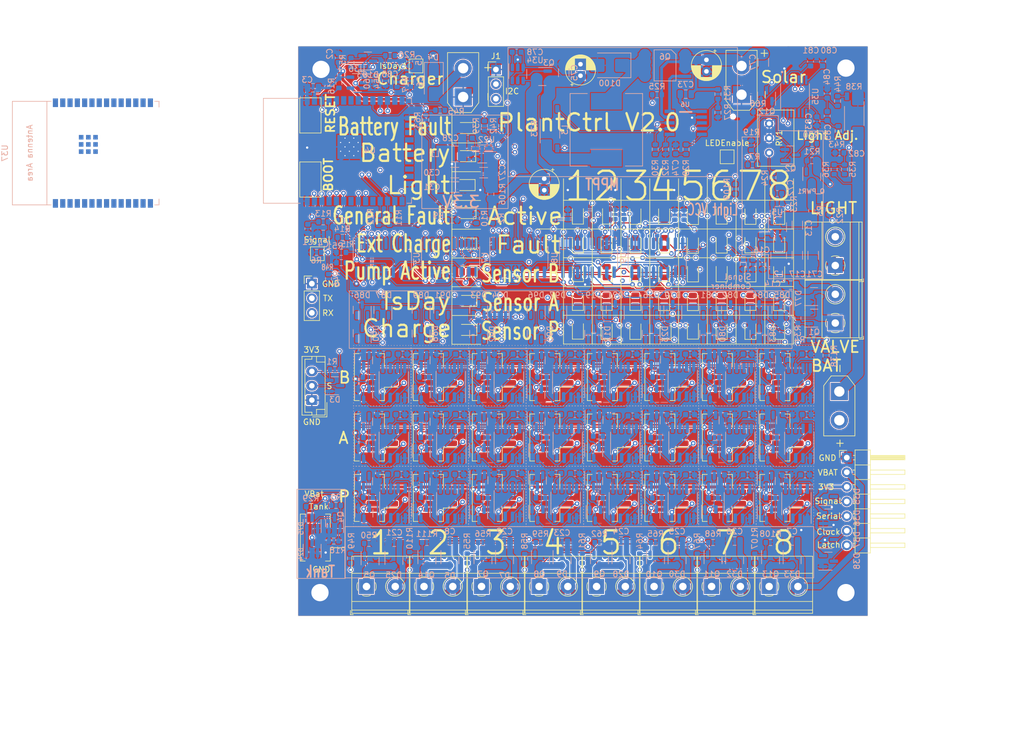
<source format=kicad_pcb>
(kicad_pcb (version 20221018) (generator pcbnew)

  (general
    (thickness 1.6)
  )

  (paper "A4")
  (layers
    (0 "F.Cu" signal)
    (1 "In1.Cu" signal)
    (2 "In2.Cu" signal)
    (31 "B.Cu" signal)
    (32 "B.Adhes" user "B.Adhesive")
    (33 "F.Adhes" user "F.Adhesive")
    (34 "B.Paste" user)
    (35 "F.Paste" user)
    (36 "B.SilkS" user "B.Silkscreen")
    (37 "F.SilkS" user "F.Silkscreen")
    (38 "B.Mask" user)
    (39 "F.Mask" user)
    (40 "Dwgs.User" user "User.Drawings")
    (41 "Cmts.User" user "User.Comments")
    (42 "Eco1.User" user "User.Eco1")
    (43 "Eco2.User" user "User.Eco2")
    (44 "Edge.Cuts" user)
    (45 "Margin" user)
    (46 "B.CrtYd" user "B.Courtyard")
    (47 "F.CrtYd" user "F.Courtyard")
    (48 "B.Fab" user)
    (49 "F.Fab" user)
  )

  (setup
    (stackup
      (layer "F.SilkS" (type "Top Silk Screen"))
      (layer "F.Paste" (type "Top Solder Paste"))
      (layer "F.Mask" (type "Top Solder Mask") (thickness 0.01))
      (layer "F.Cu" (type "copper") (thickness 0.035))
      (layer "dielectric 1" (type "prepreg") (thickness 0.1) (material "FR4") (epsilon_r 4.5) (loss_tangent 0.02))
      (layer "In1.Cu" (type "copper") (thickness 0.035))
      (layer "dielectric 2" (type "core") (thickness 1.24) (material "FR4") (epsilon_r 4.5) (loss_tangent 0.02))
      (layer "In2.Cu" (type "copper") (thickness 0.035))
      (layer "dielectric 3" (type "prepreg") (thickness 0.1) (material "FR4") (epsilon_r 4.5) (loss_tangent 0.02))
      (layer "B.Cu" (type "copper") (thickness 0.035))
      (layer "B.Mask" (type "Bottom Solder Mask") (thickness 0.01))
      (layer "B.Paste" (type "Bottom Solder Paste"))
      (layer "B.SilkS" (type "Bottom Silk Screen"))
      (copper_finish "HAL lead-free")
      (dielectric_constraints no)
    )
    (pad_to_mask_clearance 0.05)
    (aux_axis_origin 68.58 26.67)
    (grid_origin 68.58 26.67)
    (pcbplotparams
      (layerselection 0x003ffff_ffffffff)
      (plot_on_all_layers_selection 0x0000000_00000000)
      (disableapertmacros false)
      (usegerberextensions false)
      (usegerberattributes false)
      (usegerberadvancedattributes false)
      (creategerberjobfile false)
      (dashed_line_dash_ratio 12.000000)
      (dashed_line_gap_ratio 3.000000)
      (svgprecision 4)
      (plotframeref false)
      (viasonmask false)
      (mode 1)
      (useauxorigin false)
      (hpglpennumber 1)
      (hpglpenspeed 20)
      (hpglpendiameter 15.000000)
      (dxfpolygonmode true)
      (dxfimperialunits true)
      (dxfusepcbnewfont true)
      (psnegative false)
      (psa4output false)
      (plotreference true)
      (plotvalue true)
      (plotinvisibletext false)
      (sketchpadsonfab false)
      (subtractmaskfromsilk false)
      (outputformat 1)
      (mirror false)
      (drillshape 0)
      (scaleselection 1)
      (outputdirectory "gerber/")
    )
  )

  (net 0 "")
  (net 1 "Net-(U4-IO0)")
  (net 2 "EN")
  (net 3 "VBAT")
  (net 4 "GND")
  (net 5 "Net-(S_A_1-Pin_1)")
  (net 6 "Net-(U10-CV)")
  (net 7 "Net-(D2-A)")
  (net 8 "Net-(D12-A)")
  (net 9 "unconnected-(D12-K-Pad2)")
  (net 10 "3_3V")
  (net 11 "Temp")
  (net 12 "unconnected-(D19-K-Pad2)")
  (net 13 "Net-(S_B_1-Pin_1)")
  (net 14 "Net-(D21-A)")
  (net 15 "Net-(U22-BST)")
  (net 16 "Net-(PUMP2-Pin_1)")
  (net 17 "PUMP_ENABLE")
  (net 18 "TANK_SENSOR")
  (net 19 "Net-(PUMP3-Pin_1)")
  (net 20 "Net-(PUMP4-Pin_1)")
  (net 21 "Net-(PUMP1-Pin_1)")
  (net 22 "Net-(PUMP5-Pin_1)")
  (net 23 "Net-(PUMP6-Pin_1)")
  (net 24 "Net-(PUMP7-Pin_1)")
  (net 25 "Net-(PUMP8-Pin_1)")
  (net 26 "SerialOut")
  (net 27 "Clock")
  (net 28 "Latch")
  (net 29 "Net-(Q1-G)")
  (net 30 "unconnected-(D21-K-Pad2)")
  (net 31 "ESP_RX")
  (net 32 "ESP_TX")
  (net 33 "Net-(Boot1-Pad2)")
  (net 34 "SDA")
  (net 35 "SCL")
  (net 36 "unconnected-(D23-K-Pad2)")
  (net 37 "Net-(D26-A)")
  (net 38 "Net-(D10-K)")
  (net 39 "Net-(Q5-G)")
  (net 40 "unconnected-(D26-K-Pad2)")
  (net 41 "Net-(Q7-G)")
  (net 42 "Net-(Q8-G)")
  (net 43 "Net-(Q9-G)")
  (net 44 "Net-(Q10-G)")
  (net 45 "Net-(Q11-G)")
  (net 46 "Net-(Q4-G)")
  (net 47 "Net-(Q13-G)")
  (net 48 "Net-(Q14-G)")
  (net 49 "Net-(D78-A)")
  (net 50 "Net-(D79-A)")
  (net 51 "Net-(C5-Pad2)")
  (net 52 "unconnected-(D79-K-Pad2)")
  (net 53 "Net-(U11-CV)")
  (net 54 "Net-(D19-A)")
  (net 55 "PUMP1")
  (net 56 "Net-(D23-A)")
  (net 57 "PUMP3")
  (net 58 "Net-(D80-A)")
  (net 59 "Net-(R14-Pad2)")
  (net 60 "PUMP4")
  (net 61 "PUMP5")
  (net 62 "PUMP6")
  (net 63 "PUMP7")
  (net 64 "PUMP8")
  (net 65 "PUMP2")
  (net 66 "unconnected-(U4-SENSOR_VP-Pad4)")
  (net 67 "unconnected-(U4-IO34-Pad6)")
  (net 68 "unconnected-(U4-IO35-Pad7)")
  (net 69 "Net-(D78-K)")
  (net 70 "unconnected-(U4-IO14-Pad13)")
  (net 71 "unconnected-(U4-IO12-Pad14)")
  (net 72 "unconnected-(D80-K-Pad2)")
  (net 73 "unconnected-(U4-SHD{slash}SD2-Pad17)")
  (net 74 "unconnected-(U4-SWP{slash}SD3-Pad18)")
  (net 75 "unconnected-(U4-SCS{slash}CMD-Pad19)")
  (net 76 "unconnected-(U4-SCK{slash}CLK-Pad20)")
  (net 77 "unconnected-(U4-SDO{slash}SD0-Pad21)")
  (net 78 "unconnected-(U4-SDI{slash}SD1-Pad22)")
  (net 79 "unconnected-(U4-IO15-Pad23)")
  (net 80 "unconnected-(U4-IO5-Pad29)")
  (net 81 "SIGNAL")
  (net 82 "SerialIn")
  (net 83 "unconnected-(U4-NC-Pad32)")
  (net 84 "SENSOR1_PUMP_END")
  (net 85 "SENSOR1_A")
  (net 86 "SENSOR1_B")
  (net 87 "SENSOR2_PUMP_END")
  (net 88 "SENSOR2_A")
  (net 89 "SENSOR2_B")
  (net 90 "SENSOR3_PUMP_END")
  (net 91 "SENSOR3_A")
  (net 92 "SENSOR3_B")
  (net 93 "SENSOR4_PUMP_END")
  (net 94 "SENSOR4_A")
  (net 95 "SENSOR4_B")
  (net 96 "SENSOR5_PUMP_END")
  (net 97 "SENSOR5_A")
  (net 98 "SENSOR5_B")
  (net 99 "SENSOR6_PUMP_END")
  (net 100 "SENSOR6_A")
  (net 101 "SENSOR6_B")
  (net 102 "SENSOR7_PUMP_END")
  (net 103 "SENSOR7_A")
  (net 104 "SENSOR7_B")
  (net 105 "SENSOR8_PUMP_END")
  (net 106 "SENSOR8_A")
  (net 107 "SENSOR8_B")
  (net 108 "Net-(D10-A)")
  (net 109 "Net-(D2-K)")
  (net 110 "Net-(S_P_2-Pin_1)")
  (net 111 "Net-(U12-CV)")
  (net 112 "Net-(S_A_2-Pin_1)")
  (net 113 "Net-(U13-CV)")
  (net 114 "Net-(U2-CV)")
  (net 115 "Net-(S_B_2-Pin_1)")
  (net 116 "Net-(U14-CV)")
  (net 117 "Net-(S_P_3-Pin_1)")
  (net 118 "Net-(U15-CV)")
  (net 119 "Net-(S_A_3-Pin_1)")
  (net 120 "Net-(U16-CV)")
  (net 121 "Net-(S_B_3-Pin_1)")
  (net 122 "Net-(U17-CV)")
  (net 123 "Net-(S_P_4-Pin_1)")
  (net 124 "Net-(U18-CV)")
  (net 125 "Net-(S_A_4-Pin_1)")
  (net 126 "Net-(U19-CV)")
  (net 127 "Net-(S_B_4-Pin_1)")
  (net 128 "Net-(U20-CV)")
  (net 129 "Net-(S_P_5-Pin_1)")
  (net 130 "Net-(U21-CV)")
  (net 131 "Net-(S_A_5-Pin_1)")
  (net 132 "Net-(U23-CV)")
  (net 133 "Net-(P_FAULT1-K)")
  (net 134 "Net-(P_FAULT2-K)")
  (net 135 "Net-(P_FAULT3-K)")
  (net 136 "Net-(P_FAULT4-K)")
  (net 137 "Net-(P_FAULT5-K)")
  (net 138 "Net-(P_FAULT6-K)")
  (net 139 "Net-(P_FAULT7-K)")
  (net 140 "Net-(P_FAULT8-K)")
  (net 141 "Net-(S_B_5-Pin_1)")
  (net 142 "Net-(U24-CV)")
  (net 143 "Net-(S_P_6-Pin_1)")
  (net 144 "Net-(U25-CV)")
  (net 145 "Net-(S_A_6-Pin_1)")
  (net 146 "Net-(U26-CV)")
  (net 147 "Net-(S_B_6-Pin_1)")
  (net 148 "Net-(U27-CV)")
  (net 149 "Net-(S_P_7-Pin_1)")
  (net 150 "Net-(U28-CV)")
  (net 151 "Net-(S_A_7-Pin_1)")
  (net 152 "Net-(U29-CV)")
  (net 153 "Net-(S_B_7-Pin_1)")
  (net 154 "Net-(U30-CV)")
  (net 155 "Net-(S_P_8-Pin_1)")
  (net 156 "Net-(U31-CV)")
  (net 157 "Net-(S_A_8-Pin_1)")
  (net 158 "Net-(U32-CV)")
  (net 159 "Net-(S_B_8-Pin_1)")
  (net 160 "Net-(U33-CV)")
  (net 161 "Net-(S_P_1-Pin_1)")
  (net 162 "Net-(S_P_1-Pin_2)")
  (net 163 "Net-(S_A_1-Pin_2)")
  (net 164 "Net-(S_B_1-Pin_2)")
  (net 165 "Net-(S_P_2-Pin_2)")
  (net 166 "Net-(S_A_2-Pin_2)")
  (net 167 "Net-(S_B_2-Pin_2)")
  (net 168 "Net-(S_P_3-Pin_2)")
  (net 169 "Net-(S_A_3-Pin_2)")
  (net 170 "Net-(S_B_3-Pin_2)")
  (net 171 "Net-(S_P_4-Pin_2)")
  (net 172 "Net-(S_A_4-Pin_2)")
  (net 173 "Net-(S_B_4-Pin_2)")
  (net 174 "Net-(S_P_5-Pin_2)")
  (net 175 "Net-(S_A_5-Pin_2)")
  (net 176 "Net-(S_B_5-Pin_2)")
  (net 177 "Net-(S_P_6-Pin_2)")
  (net 178 "Net-(S_A_6-Pin_2)")
  (net 179 "Net-(S_B_6-Pin_2)")
  (net 180 "Net-(S_P_7-Pin_2)")
  (net 181 "Net-(S_A_7-Pin_2)")
  (net 182 "Net-(S_B_7-Pin_2)")
  (net 183 "Net-(S_P_8-Pin_2)")
  (net 184 "Net-(S_A_8-Pin_2)")
  (net 185 "Net-(S_B_8-Pin_2)")
  (net 186 "Net-(D81-A)")
  (net 187 "unconnected-(D81-K-Pad2)")
  (net 188 "Net-(D82-A)")
  (net 189 "unconnected-(D82-K-Pad2)")
  (net 190 "Net-(D83-A)")
  (net 191 "unconnected-(D83-K-Pad2)")
  (net 192 "Net-(D84-A)")
  (net 193 "unconnected-(D84-K-Pad2)")
  (net 194 "Net-(D85-A)")
  (net 195 "unconnected-(D85-K-Pad2)")
  (net 196 "Net-(D86-A)")
  (net 197 "unconnected-(D86-K-Pad2)")
  (net 198 "Net-(D87-A)")
  (net 199 "unconnected-(D87-K-Pad2)")
  (net 200 "Net-(D88-A)")
  (net 201 "unconnected-(D88-K-Pad2)")
  (net 202 "Net-(D89-A)")
  (net 203 "unconnected-(D89-K-Pad2)")
  (net 204 "Net-(D90-A)")
  (net 205 "unconnected-(D90-K-Pad2)")
  (net 206 "Net-(D91-A)")
  (net 207 "unconnected-(D91-K-Pad2)")
  (net 208 "Net-(D92-A)")
  (net 209 "unconnected-(D92-K-Pad2)")
  (net 210 "unconnected-(U2-DIS-Pad7)")
  (net 211 "unconnected-(U10-DIS-Pad7)")
  (net 212 "unconnected-(U11-DIS-Pad7)")
  (net 213 "unconnected-(U12-DIS-Pad7)")
  (net 214 "unconnected-(U13-DIS-Pad7)")
  (net 215 "unconnected-(U14-DIS-Pad7)")
  (net 216 "unconnected-(U15-DIS-Pad7)")
  (net 217 "unconnected-(U16-DIS-Pad7)")
  (net 218 "unconnected-(U17-DIS-Pad7)")
  (net 219 "unconnected-(U18-DIS-Pad7)")
  (net 220 "unconnected-(U19-DIS-Pad7)")
  (net 221 "unconnected-(U20-DIS-Pad7)")
  (net 222 "unconnected-(U21-DIS-Pad7)")
  (net 223 "unconnected-(U23-DIS-Pad7)")
  (net 224 "unconnected-(U24-DIS-Pad7)")
  (net 225 "unconnected-(U25-DIS-Pad7)")
  (net 226 "unconnected-(U26-DIS-Pad7)")
  (net 227 "unconnected-(U27-DIS-Pad7)")
  (net 228 "unconnected-(U28-DIS-Pad7)")
  (net 229 "unconnected-(U29-DIS-Pad7)")
  (net 230 "unconnected-(U30-DIS-Pad7)")
  (net 231 "unconnected-(U31-DIS-Pad7)")
  (net 232 "unconnected-(U32-DIS-Pad7)")
  (net 233 "unconnected-(U33-DIS-Pad7)")
  (net 234 "IsDay")
  (net 235 "S_VIN")
  (net 236 "Net-(D93-A)")
  (net 237 "unconnected-(D93-K-Pad2)")
  (net 238 "Net-(D94-A)")
  (net 239 "unconnected-(D94-K-Pad2)")
  (net 240 "Net-(D95-A)")
  (net 241 "unconnected-(D95-K-Pad2)")
  (net 242 "Net-(D96-A)")
  (net 243 "unconnected-(D96-K-Pad2)")
  (net 244 "Net-(D97-A)")
  (net 245 "unconnected-(D97-K-Pad2)")
  (net 246 "Net-(P_FAULT1-A)")
  (net 247 "Net-(P_FAULT2-A)")
  (net 248 "Net-(P_FAULT3-A)")
  (net 249 "Net-(P_FAULT4-A)")
  (net 250 "Net-(P_FAULT5-A)")
  (net 251 "Net-(P_FAULT6-A)")
  (net 252 "Net-(P_FAULT7-A)")
  (net 253 "Net-(P_FAULT8-A)")
  (net 254 "5K_VBAT")
  (net 255 "1K_GND")
  (net 256 "Net-(U1-QH')")
  (net 257 "Net-(U3-QH')")
  (net 258 "Net-(U7-QH')")
  (net 259 "Net-(U8-QH')")
  (net 260 "/Light_In")
  (net 261 "Net-(U5-BST)")
  (net 262 "Net-(Q2-G)")
  (net 263 "Net-(Q2-D)")
  (net 264 "Net-(Q_PWR1-G)")
  (net 265 "Net-(Q_PWR1-D)")
  (net 266 "LED_ENABLE")
  (net 267 "Net-(I2C3-A)")
  (net 268 "Net-(R24-Pad2)")
  (net 269 "Net-(U5-FB)")
  (net 270 "/Light+")
  (net 271 "Net-(U6-VG)")
  (net 272 "Net-(C74-Pad1)")
  (net 273 "Net-(D98-K)")
  (net 274 "Net-(D98-A)")
  (net 275 "Net-(D100-K)")
  (net 276 "Net-(L3-Pad2)")
  (net 277 "Net-(Q6-G)")
  (net 278 "Net-(U6-MPPT)")
  (net 279 "Net-(U6-COM)")
  (net 280 "Net-(U6-BAT)")
  (net 281 "Net-(U6-FB)")
  (net 282 "Net-(U6-CSP)")
  (net 283 "/3_3IN")
  (net 284 "/Light_cool")
  (net 285 "/3_3V_cool")
  (net 286 "Net-(Q3-S)")
  (net 287 "Net-(U34-VCAP)")
  (net 288 "Net-(Q3-G)")
  (net 289 "Net-(J3-Pin_1)")
  (net 290 "ENABLE_TANK")
  (net 291 "Net-(battery1-Pin_1)")
  (net 292 "Net-(U35-BAT)")
  (net 293 "Net-(U35-SRP)")
  (net 294 "Net-(U35-SRN)")
  (net 295 "Net-(D76-K)")
  (net 296 "Net-(D76-A)")
  (net 297 "unconnected-(U4-IO32-Pad8)")
  (net 298 "Net-(D13-A)")
  (net 299 "Net-(R38-Pad2)")
  (net 300 "Net-(R38-Pad3)")
  (net 301 "BAT_LED")
  (net 302 "BAT_ALERT")
  (net 303 "unconnected-(U35-P6{slash}TS-Pad11)")
  (net 304 "unconnected-(U35-P5{slash}HDQ-Pad12)")
  (net 305 "REG25")
  (net 306 "unconnected-(U4-IO33-Pad9)")
  (net 307 "Net-(C88-Pad1)")
  (net 308 "Net-(U36-+)")
  (net 309 "Net-(U36--)")
  (net 310 "Net-(D11-A)")
  (net 311 "Net-(U4-IO25)")
  (net 312 "Net-(U37-GND-Pad1)")
  (net 313 "unconnected-(U37-MTMS{slash}GPIO4{slash}ADC1_CH4-Pad4)")
  (net 314 "unconnected-(U37-MTDI{slash}GPIO5{slash}ADC1_CH5-Pad5)")
  (net 315 "unconnected-(U37-MTCK{slash}GPIO6{slash}ADC1_CH6-Pad6)")
  (net 316 "unconnected-(U37-MTDO{slash}GPIO7-Pad7)")
  (net 317 "unconnected-(U37-GPIO0{slash}ADC1_CH0{slash}XTAL_32K_P-Pad8)")
  (net 318 "unconnected-(U37-GPIO1{slash}ADC1_CH1{slash}XTAL_32K_N-Pad9)")
  (net 319 "unconnected-(U37-GPIO8-Pad10)")
  (net 320 "unconnected-(U37-GPIO12{slash}USB_D--Pad13)")
  (net 321 "unconnected-(U37-GPIO13{slash}USB_D+-Pad14)")
  (net 322 "unconnected-(U37-GPIO9-Pad15)")
  (net 323 "unconnected-(U37-GPIO18-Pad16)")
  (net 324 "unconnected-(U37-GPIO19-Pad17)")
  (net 325 "unconnected-(U37-GPIO20-Pad18)")
  (net 326 "unconnected-(U37-GPIO21-Pad19)")
  (net 327 "unconnected-(U37-GPIO22-Pad20)")
  (net 328 "unconnected-(U37-GPIO23-Pad21)")
  (net 329 "unconnected-(U37-NC-Pad22)")
  (net 330 "unconnected-(U37-GPIO15-Pad23)")
  (net 331 "unconnected-(U37-U0RXD{slash}GPIO17-Pad24)")
  (net 332 "unconnected-(U37-U0TXD{slash}GPIO16-Pad25)")
  (net 333 "unconnected-(U37-GPIO3{slash}ADC1_CH3-Pad26)")
  (net 334 "unconnected-(U37-GPIO2{slash}ADC1_CH2-Pad27)")

  (footprint "Button_Switch_SMD:SW_SPST_CK_RS282G05A3" (layer "F.Cu") (at 172.33 52.67 90))

  (footprint "LED_SMD:LED_0805_2012Metric" (layer "F.Cu") (at 228.83 84.8825 90))

  (footprint "LED_SMD:LED_0805_2012Metric" (layer "F.Cu") (at 233.83 79.8825 90))

  (footprint "Connector_AMASS:AMASS_XT30UPB-M_1x02_P5.0mm_Vertical" (layer "F.Cu") (at 247.28 49.07 90))

  (footprint "LED_SMD:LED_0805_2012Metric" (layer "F.Cu") (at 199.53 74.9575 180))

  (footprint "Button_Switch_SMD:SW_SPST_CK_RS282G05A3" (layer "F.Cu") (at 172.33 63.82 -90))

  (footprint "LED_SMD:LED_0805_2012Metric" (layer "F.Cu") (at 218.83 74.8825 90))

  (footprint "Connector_JST:JST_PH_B2B-PH-SM4-TB_1x02-1MP_P2.00mm_Vertical" (layer "F.Cu") (at 224.83 119.17 90))

  (footprint "LED_SMD:LED_0805_2012Metric" (layer "F.Cu") (at 228.83 74.92 90))

  (footprint "Connector_JST:JST_PH_B2B-PH-SM4-TB_1x02-1MP_P2.00mm_Vertical" (layer "F.Cu") (at 244.83 98.17 90))

  (footprint "LED_SMD:LED_0805_2012Metric" (layer "F.Cu") (at 218.83 79.8825 90))

  (footprint "Connector_AMASS:AMASS_XT30UPB-F_1x02_P5.0mm_Vertical" (layer "F.Cu") (at 264.28 100.67 -90))

  (footprint "LED_SMD:LED_0805_2012Metric" (layer "F.Cu") (at 223.83 79.92 90))

  (footprint "Connector_JST:JST_PH_B2B-PH-SM4-TB_1x02-1MP_P2.00mm_Vertical" (layer "F.Cu") (at 254.83 108.67 90))

  (footprint "TerminalBlock_Phoenix:TerminalBlock_Phoenix_MKDS-1,5-2_1x02_P5.00mm_Horizontal" (layer "F.Cu") (at 232.08 134.575))

  (footprint "TerminalBlock_Phoenix:TerminalBlock_Phoenix_MKDS-1,5-2_1x02_P5.00mm_Horizontal" (layer "F.Cu") (at 242.08 134.575))

  (footprint "TerminalBlock_Phoenix:TerminalBlock_Phoenix_MKDS-1,5-2_1x02_P5.00mm_Horizontal" (layer "F.Cu") (at 263.58 88.77 90))

  (footprint "Connector_JST:JST_PH_B2B-PH-SM4-TB_1x02-1MP_P2.00mm_Vertical" (layer "F.Cu") (at 194.58 98.17 90))

  (footprint "Connector_JST:JST_EH_B3B-EH-A_1x03_P2.50mm_Vertical" (layer "F.Cu") (at 172.58 102.17 90))

  (footprint "LED_SMD:LED_0805_2012Metric" (layer "F.Cu") (at 238.83 84.92 90))

  (footprint "LED_SMD:LED_0805_2012Metric" (layer "F.Cu") (at 199.43 69.6575 180))

  (footprint "Connector_PinHeader_2.54mm:PinHeader_1x07_P2.54mm_Horizontal" (layer "F.Cu") (at 265.58 112.17))

  (footprint "LED_SMD:LED_0805_2012Metric" (layer "F.Cu") (at 243.83 69.8825 90))

  (footprint "Connector_JST:JST_PH_B2B-PH-SM4-TB_1x02-1MP_P2.00mm_Vertical" (layer "F.Cu") (at 244.83 119.17 90))

  (footprint "LED_SMD:LED_0805_2012Metric" (layer "F.Cu") (at 233.83 74.8825 90))

  (footprint "LED_SMD:LED_0805_2012Metric" (layer "F.Cu") (at 233.83 84.92 90))

  (footprint "LED_SMD:LED_0805_2012Metric" (layer "F.Cu") (at 243.83 74.92 90))

  (footprint "Connector_JST:JST_PH_B2B-PH-SM4-TB_1x02-1MP_P2.00mm_Vertical" (layer "F.Cu") (at 224.83 108.67 90))

  (footprint "LED_SMD:LED_0805_2012Metric" (layer "F.Cu") (at 218.83 84.8825 90))

  (footprint "TerminalBlock_Phoenix:TerminalBlock_Phoenix_MKDS-1,5-2_1x02_P5.00mm_Horizontal" (layer "F.Cu") (at 222.08 134.575))

  (footprint "LED_SMD:LED_0805_2012Metric" (layer "F.Cu") (at 224.08 69.8825 90))

  (footprint "LED_SMD:LED_0805_2012Metric" (layer "F.Cu") (at 199.38 59.7575 180))

  (footprint "Connector_JST:JST_PH_B2B-PH-SM4-TB_1x02-1MP_P2.00mm_Vertical" (layer "F.Cu") (at 184.33 119.17 90))

  (footprint "LED_SMD:LED_0805_2012Metric" (layer "F.Cu") (at 218.83 89.8825 90))

  (footprint "LED_SMD:LED_0805_2012Metric" (layer "F.Cu") (at 248.83 84.8825 90))

  (footprint "TestPoint:TestPoint_Pad_2.0x2.0mm" (layer "F.Cu")
    (tstamp 5b12fa2b-f5c7-4441-8e31-1c0eca448068)
    (at 244.78 59.87 180)
    (descr "SMD rectangular pad as test Point, square 2.0mm side length")
    (tags "test point SMD pad rectangle square")
    (property "Sheetfile" "PlantCtrlESP32.kicad_sch")
    (property "Sheetname" "")
    (property "ki_description" "test point")
    (property "ki_keywords" "test point tp")
    (path "/421c599b-4cd1-4d3c-92b5-76708c5e738f")
    (attr exclude_from_pos_files)
    (fp_text reference "TP8" (at 0 -1.998 180) (layer "F.SilkS") hide
        (effects (font (size 1 1) (thickness 0.15)))
      (tstamp ad5c29e6-aa0e-47df-b492-3a21fb6ef6d1)
    )
    (fp_text value "LED-Enabled" (at 0 2.05 180) (layer "F.Fab")
        (effects (font (size 1 1) (thickness 0.15)))
      (tstamp 692c2459-62bc-40c9-a481-d52c7e5d9565)
    )
    (fp_text user "${REFERENCE}" (at 0 -2 180) (layer "F.Fab")
        (effects (font (size 1 1) (thickness 0.15)))
      (tstamp b8d0f646-2cfb-437c-80b7-fb486a122529)
    )
    (fp_line (start -1.2 -1.2) (end 1.2 -1.2)
      (stroke (width 0.12) (type solid)) (layer "F.SilkS") (tstamp 1e480c5c-dd57-4a59-8b53-d8cbe95c29cb))
    (fp_line (start -1.2 1.2) (end -1.2 -1.2)
      (stroke (width 0.12) (type solid))
... [6067394 chars truncated]
</source>
